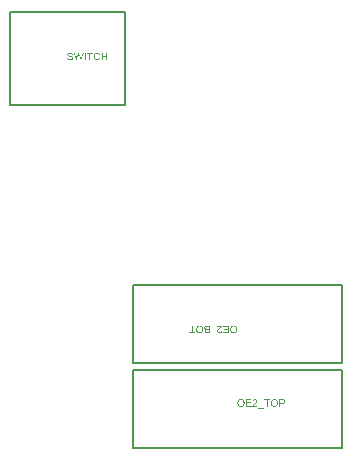
<source format=gbr>
%TF.GenerationSoftware,Altium Limited,Altium Designer,22.7.1 (60)*%
G04 Layer_Color=16711935*
%FSLAX45Y45*%
%MOMM*%
%TF.SameCoordinates,7EA997FE-DDDF-495E-A45D-074EEB3093BC*%
%TF.FilePolarity,Positive*%
%TF.FileFunction,Other,Top_Assembly*%
%TF.Part,Single*%
G01*
G75*
%TA.AperFunction,NonConductor*%
%ADD40C,0.20000*%
G36*
X4966997Y6272661D02*
X4967760Y6272591D01*
X4968523Y6272522D01*
X4969424Y6272453D01*
X4971366Y6272175D01*
X4973516Y6271759D01*
X4975665Y6271135D01*
X4977745Y6270373D01*
X4977815D01*
X4977953Y6270234D01*
X4978300Y6270164D01*
X4978647Y6269956D01*
X4979063Y6269679D01*
X4979618Y6269402D01*
X4980796Y6268708D01*
X4982183Y6267738D01*
X4983570Y6266559D01*
X4984888Y6265241D01*
X4986066Y6263646D01*
X4986136Y6263577D01*
X4986205Y6263438D01*
X4986344Y6263230D01*
X4986552Y6262884D01*
X4986760Y6262468D01*
X4987037Y6261982D01*
X4987245Y6261358D01*
X4987592Y6260734D01*
X4988147Y6259278D01*
X4988632Y6257544D01*
X4989048Y6255672D01*
X4989256Y6253592D01*
X4981143Y6252968D01*
Y6253037D01*
X4981074Y6253245D01*
Y6253522D01*
X4981005Y6253938D01*
X4980866Y6254493D01*
X4980727Y6255048D01*
X4980311Y6256365D01*
X4979756Y6257822D01*
X4978924Y6259347D01*
X4977953Y6260803D01*
X4977329Y6261427D01*
X4976636Y6262051D01*
X4976567Y6262121D01*
X4976497Y6262190D01*
X4976220Y6262329D01*
X4975943Y6262537D01*
X4975526Y6262745D01*
X4975041Y6263022D01*
X4974486Y6263300D01*
X4973862Y6263646D01*
X4973100Y6263924D01*
X4972267Y6264201D01*
X4971366Y6264478D01*
X4970395Y6264686D01*
X4969286Y6264895D01*
X4968107Y6265033D01*
X4966859Y6265172D01*
X4964848D01*
X4964293Y6265103D01*
X4963669D01*
X4962976Y6265033D01*
X4962143Y6264964D01*
X4961311Y6264825D01*
X4959439Y6264478D01*
X4957636Y6263993D01*
X4955903Y6263300D01*
X4955071Y6262814D01*
X4954377Y6262329D01*
X4954308D01*
X4954239Y6262190D01*
X4953822Y6261843D01*
X4953268Y6261219D01*
X4952644Y6260387D01*
X4952020Y6259416D01*
X4951465Y6258238D01*
X4951049Y6256990D01*
X4950979Y6256296D01*
X4950910Y6255533D01*
Y6255464D01*
Y6255395D01*
X4950979Y6254979D01*
X4951049Y6254355D01*
X4951187Y6253592D01*
X4951534Y6252690D01*
X4951950Y6251720D01*
X4952505Y6250818D01*
X4953337Y6249917D01*
X4953476Y6249847D01*
X4953614Y6249709D01*
X4953892Y6249501D01*
X4954239Y6249293D01*
X4954655Y6249085D01*
X4955209Y6248807D01*
X4955833Y6248460D01*
X4956596Y6248114D01*
X4957498Y6247767D01*
X4958538Y6247420D01*
X4959717Y6247004D01*
X4961103Y6246588D01*
X4962560Y6246172D01*
X4964224Y6245687D01*
X4966096Y6245271D01*
X4966235D01*
X4966581Y6245201D01*
X4967067Y6245063D01*
X4967760Y6244855D01*
X4968592Y6244716D01*
X4969563Y6244439D01*
X4970603Y6244231D01*
X4971713Y6243884D01*
X4974070Y6243260D01*
X4976428Y6242636D01*
X4977537Y6242289D01*
X4978508Y6241942D01*
X4979479Y6241596D01*
X4980242Y6241249D01*
X4980311D01*
X4980519Y6241110D01*
X4980796Y6240972D01*
X4981143Y6240763D01*
X4981629Y6240555D01*
X4982183Y6240209D01*
X4983362Y6239446D01*
X4984749Y6238545D01*
X4986066Y6237435D01*
X4987384Y6236118D01*
X4987939Y6235424D01*
X4988493Y6234731D01*
Y6234661D01*
X4988632Y6234523D01*
X4988771Y6234315D01*
X4988910Y6234037D01*
X4989118Y6233691D01*
X4989326Y6233205D01*
X4989880Y6232096D01*
X4990366Y6230778D01*
X4990782Y6229253D01*
X4991059Y6227519D01*
X4991198Y6225647D01*
Y6225578D01*
Y6225439D01*
Y6225162D01*
X4991128Y6224815D01*
Y6224329D01*
X4991059Y6223844D01*
X4990851Y6222527D01*
X4990504Y6221070D01*
X4989950Y6219475D01*
X4989187Y6217811D01*
X4988771Y6216910D01*
X4988216Y6216078D01*
Y6216008D01*
X4988077Y6215870D01*
X4987939Y6215662D01*
X4987661Y6215315D01*
X4987037Y6214552D01*
X4986066Y6213512D01*
X4984888Y6212403D01*
X4983431Y6211224D01*
X4981767Y6210114D01*
X4979826Y6209074D01*
X4979756D01*
X4979548Y6208936D01*
X4979271Y6208866D01*
X4978855Y6208658D01*
X4978370Y6208519D01*
X4977745Y6208311D01*
X4977052Y6208034D01*
X4976220Y6207826D01*
X4975388Y6207618D01*
X4974417Y6207341D01*
X4972337Y6206994D01*
X4970048Y6206717D01*
X4967552Y6206578D01*
X4966720D01*
X4966096Y6206647D01*
X4965333D01*
X4964501Y6206717D01*
X4963530Y6206786D01*
X4962421Y6206925D01*
X4960133Y6207202D01*
X4957706Y6207618D01*
X4955279Y6208242D01*
X4952921Y6209074D01*
X4952852D01*
X4952644Y6209213D01*
X4952366Y6209352D01*
X4951950Y6209560D01*
X4951465Y6209837D01*
X4950910Y6210114D01*
X4949593Y6210946D01*
X4948136Y6211987D01*
X4946611Y6213304D01*
X4945085Y6214830D01*
X4943768Y6216632D01*
X4943699Y6216702D01*
X4943629Y6216840D01*
X4943490Y6217118D01*
X4943282Y6217534D01*
X4943005Y6218019D01*
X4942728Y6218574D01*
X4942381Y6219267D01*
X4942104Y6220030D01*
X4941757Y6220793D01*
X4941480Y6221694D01*
X4940925Y6223705D01*
X4940509Y6225855D01*
X4940370Y6227034D01*
X4940301Y6228213D01*
X4948275Y6228906D01*
Y6228837D01*
Y6228698D01*
X4948344Y6228421D01*
X4948414Y6228074D01*
X4948483Y6227658D01*
X4948552Y6227242D01*
X4948830Y6226063D01*
X4949177Y6224815D01*
X4949593Y6223497D01*
X4950147Y6222180D01*
X4950841Y6220932D01*
X4950910Y6220793D01*
X4951257Y6220446D01*
X4951742Y6219892D01*
X4952436Y6219198D01*
X4953337Y6218366D01*
X4954447Y6217603D01*
X4955764Y6216771D01*
X4957290Y6216008D01*
X4957359D01*
X4957498Y6215939D01*
X4957706Y6215870D01*
X4958052Y6215731D01*
X4958468Y6215592D01*
X4958954Y6215384D01*
X4959508Y6215246D01*
X4960133Y6215107D01*
X4961589Y6214760D01*
X4963322Y6214414D01*
X4965125Y6214206D01*
X4967136Y6214136D01*
X4967968D01*
X4968384Y6214206D01*
X4968870D01*
X4969979Y6214344D01*
X4971297Y6214483D01*
X4972753Y6214691D01*
X4974209Y6215038D01*
X4975596Y6215523D01*
X4975665D01*
X4975735Y6215592D01*
X4975943Y6215662D01*
X4976220Y6215800D01*
X4976844Y6216147D01*
X4977676Y6216563D01*
X4978578Y6217118D01*
X4979548Y6217811D01*
X4980380Y6218574D01*
X4981143Y6219475D01*
X4981213Y6219614D01*
X4981421Y6219892D01*
X4981767Y6220446D01*
X4982114Y6221140D01*
X4982391Y6221972D01*
X4982738Y6222873D01*
X4982946Y6223913D01*
X4983015Y6224954D01*
Y6225023D01*
Y6225092D01*
Y6225439D01*
X4982946Y6226063D01*
X4982807Y6226756D01*
X4982599Y6227589D01*
X4982253Y6228490D01*
X4981837Y6229391D01*
X4981213Y6230224D01*
X4981143Y6230293D01*
X4980866Y6230570D01*
X4980450Y6230986D01*
X4979826Y6231541D01*
X4979063Y6232096D01*
X4978023Y6232720D01*
X4976844Y6233344D01*
X4975457Y6233968D01*
X4975318Y6234037D01*
X4975180Y6234107D01*
X4974902Y6234176D01*
X4974625Y6234245D01*
X4974209Y6234384D01*
X4973654Y6234592D01*
X4973100Y6234731D01*
X4972337Y6234939D01*
X4971574Y6235216D01*
X4970603Y6235424D01*
X4969563Y6235702D01*
X4968384Y6236048D01*
X4967136Y6236326D01*
X4965680Y6236742D01*
X4964085Y6237088D01*
X4964016D01*
X4963738Y6237158D01*
X4963253Y6237296D01*
X4962698Y6237435D01*
X4961935Y6237643D01*
X4961103Y6237851D01*
X4960271Y6238128D01*
X4959300Y6238406D01*
X4957220Y6239030D01*
X4955209Y6239723D01*
X4954239Y6240070D01*
X4953337Y6240417D01*
X4952505Y6240763D01*
X4951812Y6241110D01*
X4951742D01*
X4951604Y6241249D01*
X4951395Y6241388D01*
X4951049Y6241526D01*
X4950217Y6242012D01*
X4949246Y6242705D01*
X4948067Y6243607D01*
X4946958Y6244577D01*
X4945848Y6245756D01*
X4944947Y6247004D01*
Y6247074D01*
X4944877Y6247143D01*
X4944739Y6247351D01*
X4944600Y6247628D01*
X4944253Y6248391D01*
X4943837Y6249362D01*
X4943421Y6250541D01*
X4943074Y6251928D01*
X4942797Y6253453D01*
X4942728Y6255048D01*
Y6255117D01*
Y6255256D01*
Y6255533D01*
X4942797Y6255880D01*
Y6256296D01*
X4942866Y6256781D01*
X4943074Y6258030D01*
X4943421Y6259416D01*
X4943837Y6260873D01*
X4944531Y6262468D01*
X4945432Y6264062D01*
Y6264132D01*
X4945571Y6264270D01*
X4945709Y6264478D01*
X4945917Y6264756D01*
X4946611Y6265519D01*
X4947512Y6266489D01*
X4948622Y6267530D01*
X4950009Y6268570D01*
X4951604Y6269610D01*
X4953476Y6270511D01*
X4953545D01*
X4953684Y6270581D01*
X4954030Y6270719D01*
X4954377Y6270858D01*
X4954863Y6270997D01*
X4955487Y6271205D01*
X4956180Y6271413D01*
X4956943Y6271621D01*
X4957775Y6271829D01*
X4958676Y6272037D01*
X4960618Y6272383D01*
X4962837Y6272661D01*
X4965195Y6272730D01*
X4966373D01*
X4966997Y6272661D01*
D02*
G37*
G36*
X5195826D02*
X5196658Y6272591D01*
X5197629Y6272453D01*
X5198669Y6272314D01*
X5199848Y6272106D01*
X5201096Y6271829D01*
X5202414Y6271551D01*
X5203731Y6271135D01*
X5205118Y6270650D01*
X5206505Y6270095D01*
X5207822Y6269402D01*
X5209140Y6268708D01*
X5210388Y6267807D01*
X5210457Y6267738D01*
X5210665Y6267599D01*
X5211012Y6267321D01*
X5211428Y6266905D01*
X5211983Y6266420D01*
X5212607Y6265796D01*
X5213231Y6265103D01*
X5213994Y6264270D01*
X5214756Y6263369D01*
X5215519Y6262329D01*
X5216282Y6261219D01*
X5216975Y6259971D01*
X5217738Y6258654D01*
X5218362Y6257198D01*
X5218986Y6255672D01*
X5219541Y6254077D01*
X5211220Y6252136D01*
Y6252205D01*
X5211081Y6252413D01*
X5211012Y6252829D01*
X5210804Y6253314D01*
X5210596Y6253869D01*
X5210249Y6254493D01*
X5209556Y6256019D01*
X5208654Y6257683D01*
X5207475Y6259416D01*
X5206227Y6261011D01*
X5205465Y6261705D01*
X5204702Y6262329D01*
X5204632Y6262398D01*
X5204494Y6262468D01*
X5204286Y6262606D01*
X5203939Y6262814D01*
X5203523Y6263092D01*
X5203038Y6263369D01*
X5202483Y6263646D01*
X5201789Y6263924D01*
X5201027Y6264201D01*
X5200264Y6264478D01*
X5198461Y6265033D01*
X5196381Y6265380D01*
X5195271Y6265519D01*
X5193399D01*
X5192844Y6265449D01*
X5192220Y6265380D01*
X5191457Y6265311D01*
X5190625Y6265241D01*
X5189793Y6265103D01*
X5187782Y6264617D01*
X5185702Y6263993D01*
X5184662Y6263577D01*
X5183622Y6263092D01*
X5182651Y6262537D01*
X5181680Y6261913D01*
X5181611Y6261843D01*
X5181472Y6261774D01*
X5181195Y6261566D01*
X5180848Y6261289D01*
X5180501Y6260942D01*
X5180016Y6260457D01*
X5179531Y6259971D01*
X5178976Y6259416D01*
X5178421Y6258723D01*
X5177797Y6258030D01*
X5176688Y6256435D01*
X5175648Y6254563D01*
X5174746Y6252413D01*
Y6252344D01*
X5174677Y6252136D01*
X5174538Y6251789D01*
X5174469Y6251373D01*
X5174330Y6250818D01*
X5174122Y6250194D01*
X5173983Y6249431D01*
X5173775Y6248668D01*
X5173567Y6247767D01*
X5173429Y6246796D01*
X5173082Y6244716D01*
X5172874Y6242497D01*
X5172804Y6240139D01*
Y6240070D01*
Y6239793D01*
Y6239377D01*
X5172874Y6238753D01*
Y6238059D01*
X5172943Y6237227D01*
X5173013Y6236326D01*
X5173082Y6235285D01*
X5173221Y6234176D01*
X5173359Y6233067D01*
X5173775Y6230640D01*
X5174399Y6228213D01*
X5175162Y6225855D01*
Y6225786D01*
X5175301Y6225578D01*
X5175439Y6225300D01*
X5175578Y6224884D01*
X5175856Y6224329D01*
X5176202Y6223775D01*
X5176965Y6222457D01*
X5178005Y6220932D01*
X5179253Y6219475D01*
X5180779Y6218019D01*
X5181611Y6217395D01*
X5182512Y6216771D01*
X5182582D01*
X5182720Y6216632D01*
X5182998Y6216494D01*
X5183414Y6216286D01*
X5183899Y6216078D01*
X5184454Y6215800D01*
X5185078Y6215592D01*
X5185771Y6215315D01*
X5187366Y6214760D01*
X5189239Y6214275D01*
X5191249Y6213928D01*
X5192290Y6213859D01*
X5193399Y6213789D01*
X5194092D01*
X5194578Y6213859D01*
X5195202Y6213928D01*
X5195895Y6213997D01*
X5196727Y6214136D01*
X5197560Y6214275D01*
X5199501Y6214760D01*
X5200472Y6215107D01*
X5201512Y6215523D01*
X5202552Y6216008D01*
X5203523Y6216563D01*
X5204494Y6217187D01*
X5205465Y6217881D01*
X5205534Y6217950D01*
X5205673Y6218089D01*
X5205950Y6218297D01*
X5206297Y6218643D01*
X5206643Y6219059D01*
X5207129Y6219614D01*
X5207614Y6220238D01*
X5208169Y6220932D01*
X5208724Y6221764D01*
X5209278Y6222665D01*
X5209833Y6223636D01*
X5210388Y6224745D01*
X5210873Y6225924D01*
X5211359Y6227242D01*
X5211844Y6228629D01*
X5212191Y6230085D01*
X5220650Y6227935D01*
Y6227797D01*
X5220512Y6227450D01*
X5220373Y6226964D01*
X5220096Y6226202D01*
X5219818Y6225370D01*
X5219402Y6224329D01*
X5218986Y6223220D01*
X5218432Y6222041D01*
X5217807Y6220724D01*
X5217114Y6219475D01*
X5216351Y6218089D01*
X5215450Y6216771D01*
X5214479Y6215523D01*
X5213439Y6214275D01*
X5212260Y6213096D01*
X5211012Y6211987D01*
X5210943Y6211917D01*
X5210665Y6211779D01*
X5210319Y6211501D01*
X5209764Y6211154D01*
X5209140Y6210738D01*
X5208308Y6210253D01*
X5207406Y6209768D01*
X5206297Y6209282D01*
X5205118Y6208797D01*
X5203870Y6208311D01*
X5202483Y6207826D01*
X5200957Y6207410D01*
X5199362Y6207063D01*
X5197698Y6206786D01*
X5195965Y6206647D01*
X5194092Y6206578D01*
X5193122D01*
X5192359Y6206647D01*
X5191527Y6206717D01*
X5190487Y6206786D01*
X5189377Y6206925D01*
X5188129Y6207133D01*
X5186812Y6207341D01*
X5185425Y6207618D01*
X5184038Y6207965D01*
X5182651Y6208311D01*
X5181195Y6208797D01*
X5179808Y6209352D01*
X5178491Y6209976D01*
X5177242Y6210738D01*
X5177173Y6210808D01*
X5176965Y6210946D01*
X5176618Y6211154D01*
X5176202Y6211501D01*
X5175648Y6211987D01*
X5175023Y6212472D01*
X5174330Y6213096D01*
X5173567Y6213859D01*
X5172804Y6214691D01*
X5171972Y6215592D01*
X5171210Y6216563D01*
X5170378Y6217673D01*
X5169545Y6218851D01*
X5168783Y6220100D01*
X5168089Y6221486D01*
X5167396Y6222943D01*
X5167326Y6223012D01*
X5167257Y6223289D01*
X5167118Y6223775D01*
X5166910Y6224329D01*
X5166633Y6225092D01*
X5166356Y6225924D01*
X5166078Y6226964D01*
X5165732Y6228074D01*
X5165454Y6229322D01*
X5165108Y6230640D01*
X5164830Y6232026D01*
X5164622Y6233552D01*
X5164206Y6236742D01*
X5164137Y6238406D01*
X5164067Y6240070D01*
Y6240209D01*
Y6240486D01*
Y6241041D01*
X5164137Y6241734D01*
X5164206Y6242636D01*
X5164275Y6243676D01*
X5164414Y6244785D01*
X5164553Y6246033D01*
X5164761Y6247351D01*
X5164969Y6248738D01*
X5165662Y6251720D01*
X5166148Y6253176D01*
X5166633Y6254632D01*
X5167188Y6256157D01*
X5167881Y6257544D01*
X5167951Y6257614D01*
X5168089Y6257891D01*
X5168297Y6258238D01*
X5168575Y6258792D01*
X5168991Y6259416D01*
X5169476Y6260110D01*
X5170031Y6260873D01*
X5170655Y6261774D01*
X5171418Y6262606D01*
X5172180Y6263577D01*
X5173082Y6264478D01*
X5174053Y6265449D01*
X5175093Y6266351D01*
X5176202Y6267252D01*
X5177450Y6268084D01*
X5178699Y6268847D01*
X5178768Y6268916D01*
X5179045Y6268986D01*
X5179392Y6269194D01*
X5179947Y6269471D01*
X5180571Y6269748D01*
X5181403Y6270095D01*
X5182304Y6270442D01*
X5183275Y6270789D01*
X5184385Y6271135D01*
X5185633Y6271482D01*
X5186881Y6271829D01*
X5188268Y6272106D01*
X5191111Y6272591D01*
X5192636Y6272661D01*
X5194231Y6272730D01*
X5195133D01*
X5195826Y6272661D01*
D02*
G37*
G36*
X5281533Y6207618D02*
X5273073D01*
Y6237782D01*
X5239858D01*
Y6207618D01*
X5231398D01*
Y6271621D01*
X5239858D01*
Y6245340D01*
X5273073D01*
Y6271621D01*
X5281533D01*
Y6207618D01*
D02*
G37*
G36*
X5061719D02*
X5053467D01*
X5040084Y6256365D01*
Y6256435D01*
X5040015Y6256643D01*
X5039945Y6256920D01*
X5039807Y6257336D01*
X5039668Y6257822D01*
X5039529Y6258376D01*
X5039182Y6259625D01*
X5038836Y6260873D01*
X5038489Y6262121D01*
X5038350Y6262676D01*
X5038212Y6263161D01*
X5038073Y6263577D01*
X5038004Y6263854D01*
Y6263785D01*
X5037934Y6263646D01*
Y6263438D01*
X5037796Y6263092D01*
X5037726Y6262745D01*
X5037657Y6262260D01*
X5037380Y6261289D01*
X5037102Y6260110D01*
X5036755Y6258792D01*
X5036409Y6257544D01*
X5036062Y6256365D01*
X5022610Y6207618D01*
X5013803D01*
X4996953Y6271621D01*
X5005690D01*
X5015329Y6229599D01*
Y6229530D01*
X5015398Y6229322D01*
X5015467Y6228975D01*
X5015606Y6228490D01*
X5015745Y6227866D01*
X5015884Y6227172D01*
X5016092Y6226410D01*
X5016300Y6225508D01*
X5016508Y6224537D01*
X5016716Y6223497D01*
X5017132Y6221348D01*
X5017617Y6218990D01*
X5018033Y6216563D01*
Y6216702D01*
X5018172Y6216979D01*
X5018241Y6217534D01*
X5018449Y6218158D01*
X5018588Y6218990D01*
X5018796Y6219892D01*
X5019073Y6220862D01*
X5019281Y6221833D01*
X5019836Y6223913D01*
X5020044Y6224884D01*
X5020321Y6225855D01*
X5020529Y6226687D01*
X5020668Y6227380D01*
X5020807Y6227935D01*
X5020946Y6228351D01*
X5033150Y6271621D01*
X5043343D01*
X5052427Y6239169D01*
X5052496Y6239030D01*
X5052565Y6238614D01*
X5052773Y6237990D01*
X5052982Y6237088D01*
X5053259Y6236048D01*
X5053606Y6234800D01*
X5053952Y6233413D01*
X5054368Y6231818D01*
X5054784Y6230154D01*
X5055200Y6228351D01*
X5055617Y6226479D01*
X5056033Y6224537D01*
X5056795Y6220585D01*
X5057489Y6216563D01*
Y6216632D01*
X5057558Y6216840D01*
X5057627Y6217187D01*
X5057697Y6217603D01*
X5057835Y6218227D01*
X5057974Y6218921D01*
X5058182Y6219684D01*
X5058390Y6220585D01*
X5058598Y6221556D01*
X5058806Y6222596D01*
X5059084Y6223775D01*
X5059361Y6224954D01*
X5059985Y6227589D01*
X5060678Y6230432D01*
X5070733Y6271621D01*
X5079262D01*
X5061719Y6207618D01*
D02*
G37*
G36*
X5157757Y6264062D02*
X5136677D01*
Y6207618D01*
X5128218D01*
Y6264062D01*
X5107138D01*
Y6271621D01*
X5157757D01*
Y6264062D01*
D02*
G37*
G36*
X5097014Y6207618D02*
X5088554D01*
Y6271621D01*
X5097014D01*
Y6207618D01*
D02*
G37*
G36*
X6764360Y3337860D02*
X6765955Y3337791D01*
X6767550Y3337652D01*
X6769075Y3337513D01*
X6769838Y3337444D01*
X6770462Y3337305D01*
X6770531D01*
X6770670Y3337236D01*
X6770947D01*
X6771225Y3337167D01*
X6771641Y3337028D01*
X6772126Y3336959D01*
X6773236Y3336612D01*
X6774484Y3336196D01*
X6775801Y3335641D01*
X6777119Y3335017D01*
X6778367Y3334254D01*
X6778436D01*
X6778506Y3334185D01*
X6778922Y3333838D01*
X6779476Y3333353D01*
X6780239Y3332659D01*
X6781002Y3331827D01*
X6781903Y3330718D01*
X6782735Y3329539D01*
X6783498Y3328083D01*
Y3328013D01*
X6783568Y3327875D01*
X6783706Y3327667D01*
X6783845Y3327389D01*
X6783984Y3327043D01*
X6784122Y3326557D01*
X6784538Y3325517D01*
X6784885Y3324200D01*
X6785232Y3322743D01*
X6785440Y3321079D01*
X6785509Y3319346D01*
Y3319276D01*
Y3318999D01*
Y3318583D01*
X6785440Y3317959D01*
X6785370Y3317265D01*
X6785232Y3316503D01*
X6785093Y3315601D01*
X6784885Y3314561D01*
X6784608Y3313521D01*
X6784261Y3312411D01*
X6783845Y3311302D01*
X6783290Y3310123D01*
X6782735Y3308944D01*
X6782042Y3307766D01*
X6781210Y3306656D01*
X6780309Y3305547D01*
X6780239Y3305477D01*
X6780031Y3305339D01*
X6779754Y3305061D01*
X6779268Y3304645D01*
X6778714Y3304229D01*
X6777951Y3303744D01*
X6777049Y3303258D01*
X6776009Y3302773D01*
X6774761Y3302218D01*
X6773444Y3301733D01*
X6771849Y3301247D01*
X6770185Y3300831D01*
X6768243Y3300485D01*
X6766163Y3300207D01*
X6763944Y3299999D01*
X6761447Y3299930D01*
X6745083D01*
Y3273927D01*
X6736623D01*
Y3337929D01*
X6762973D01*
X6764360Y3337860D01*
D02*
G37*
G36*
X6658336Y3330371D02*
X6637256D01*
Y3273927D01*
X6628796D01*
Y3330371D01*
X6607716D01*
Y3337929D01*
X6658336D01*
Y3330371D01*
D02*
G37*
G36*
X6532619Y3338068D02*
X6533382Y3337999D01*
X6534283Y3337860D01*
X6535323Y3337721D01*
X6536363Y3337513D01*
X6537542Y3337236D01*
X6538721Y3336889D01*
X6539969Y3336473D01*
X6541148Y3335988D01*
X6542396Y3335364D01*
X6543575Y3334670D01*
X6544684Y3333907D01*
X6545725Y3333006D01*
X6545794Y3332937D01*
X6545933Y3332798D01*
X6546210Y3332451D01*
X6546557Y3332105D01*
X6546973Y3331619D01*
X6547458Y3330995D01*
X6547943Y3330302D01*
X6548429Y3329470D01*
X6548914Y3328637D01*
X6549400Y3327667D01*
X6549885Y3326627D01*
X6550301Y3325517D01*
X6550648Y3324269D01*
X6550925Y3323021D01*
X6551064Y3321703D01*
X6551133Y3320316D01*
Y3320247D01*
Y3320178D01*
Y3319970D01*
Y3319692D01*
X6551064Y3318930D01*
X6550925Y3317959D01*
X6550717Y3316780D01*
X6550440Y3315532D01*
X6550093Y3314145D01*
X6549538Y3312758D01*
Y3312689D01*
X6549469Y3312619D01*
X6549400Y3312411D01*
X6549261Y3312134D01*
X6548845Y3311371D01*
X6548290Y3310401D01*
X6547527Y3309222D01*
X6546626Y3307904D01*
X6545586Y3306517D01*
X6544268Y3304992D01*
X6544199Y3304923D01*
X6544130Y3304784D01*
X6543852Y3304576D01*
X6543575Y3304229D01*
X6543159Y3303813D01*
X6542673Y3303328D01*
X6542119Y3302704D01*
X6541425Y3302080D01*
X6540593Y3301317D01*
X6539692Y3300485D01*
X6538721Y3299514D01*
X6537612Y3298543D01*
X6536433Y3297434D01*
X6535115Y3296324D01*
X6533659Y3295076D01*
X6532133Y3293758D01*
X6532064Y3293689D01*
X6531856Y3293481D01*
X6531440Y3293204D01*
X6531024Y3292788D01*
X6530400Y3292302D01*
X6529776Y3291748D01*
X6528320Y3290499D01*
X6526794Y3289182D01*
X6525338Y3287795D01*
X6524645Y3287171D01*
X6524020Y3286616D01*
X6523466Y3286061D01*
X6523050Y3285645D01*
X6522980Y3285576D01*
X6522703Y3285299D01*
X6522356Y3284883D01*
X6521871Y3284328D01*
X6521316Y3283704D01*
X6520761Y3283010D01*
X6519652Y3281485D01*
X6551203D01*
Y3273927D01*
X6508835D01*
Y3274065D01*
Y3274412D01*
Y3274967D01*
X6508904Y3275660D01*
X6508973Y3276492D01*
X6509181Y3277394D01*
X6509389Y3278365D01*
X6509736Y3279335D01*
Y3279405D01*
X6509805Y3279543D01*
X6509875Y3279751D01*
X6510013Y3280098D01*
X6510221Y3280445D01*
X6510429Y3280930D01*
X6510984Y3282040D01*
X6511678Y3283357D01*
X6512579Y3284813D01*
X6513619Y3286339D01*
X6514867Y3287864D01*
X6514937Y3287934D01*
X6515006Y3288072D01*
X6515214Y3288280D01*
X6515561Y3288627D01*
X6515907Y3288974D01*
X6516393Y3289459D01*
X6516878Y3290014D01*
X6517502Y3290638D01*
X6518196Y3291331D01*
X6518959Y3292025D01*
X6519791Y3292857D01*
X6520761Y3293689D01*
X6521732Y3294591D01*
X6522842Y3295492D01*
X6523951Y3296463D01*
X6525199Y3297503D01*
X6525338Y3297572D01*
X6525685Y3297919D01*
X6526170Y3298335D01*
X6526864Y3298959D01*
X6527696Y3299653D01*
X6528666Y3300485D01*
X6529776Y3301386D01*
X6530885Y3302426D01*
X6533243Y3304576D01*
X6535531Y3306864D01*
X6536641Y3307974D01*
X6537681Y3309083D01*
X6538582Y3310123D01*
X6539345Y3311094D01*
X6539414Y3311163D01*
X6539484Y3311302D01*
X6539692Y3311579D01*
X6539900Y3311926D01*
X6540247Y3312411D01*
X6540524Y3312897D01*
X6541217Y3314145D01*
X6541911Y3315601D01*
X6542535Y3317196D01*
X6542951Y3318860D01*
X6543020Y3319692D01*
X6543090Y3320524D01*
Y3320594D01*
Y3320732D01*
Y3321010D01*
X6543020Y3321287D01*
Y3321703D01*
X6542882Y3322189D01*
X6542673Y3323229D01*
X6542257Y3324477D01*
X6541633Y3325794D01*
X6541287Y3326488D01*
X6540801Y3327112D01*
X6540316Y3327736D01*
X6539692Y3328360D01*
X6539622Y3328429D01*
X6539553Y3328499D01*
X6539345Y3328637D01*
X6539068Y3328846D01*
X6538721Y3329123D01*
X6538305Y3329400D01*
X6537334Y3330024D01*
X6536017Y3330579D01*
X6534560Y3331134D01*
X6532827Y3331481D01*
X6531856Y3331619D01*
X6530331D01*
X6529915Y3331550D01*
X6529429D01*
X6528874Y3331411D01*
X6527626Y3331203D01*
X6526170Y3330787D01*
X6524645Y3330163D01*
X6523882Y3329747D01*
X6523119Y3329331D01*
X6522426Y3328776D01*
X6521732Y3328152D01*
X6521663Y3328083D01*
X6521594Y3328013D01*
X6521455Y3327805D01*
X6521177Y3327528D01*
X6520969Y3327181D01*
X6520692Y3326765D01*
X6520345Y3326280D01*
X6520068Y3325725D01*
X6519721Y3325101D01*
X6519444Y3324408D01*
X6518889Y3322743D01*
X6518473Y3320941D01*
X6518404Y3319900D01*
X6518334Y3318791D01*
X6510291Y3319623D01*
Y3319762D01*
X6510360Y3320039D01*
X6510429Y3320455D01*
X6510499Y3321079D01*
X6510637Y3321842D01*
X6510845Y3322743D01*
X6511054Y3323714D01*
X6511400Y3324754D01*
X6511747Y3325794D01*
X6512163Y3326973D01*
X6512718Y3328083D01*
X6513272Y3329192D01*
X6513966Y3330371D01*
X6514729Y3331411D01*
X6515561Y3332451D01*
X6516532Y3333353D01*
X6516601Y3333422D01*
X6516809Y3333561D01*
X6517086Y3333769D01*
X6517502Y3334116D01*
X6518057Y3334462D01*
X6518750Y3334878D01*
X6519513Y3335294D01*
X6520415Y3335780D01*
X6521385Y3336196D01*
X6522495Y3336612D01*
X6523674Y3337028D01*
X6524991Y3337375D01*
X6526378Y3337721D01*
X6527834Y3337929D01*
X6529429Y3338068D01*
X6531093Y3338137D01*
X6531995D01*
X6532619Y3338068D01*
D02*
G37*
G36*
X6499959Y3330371D02*
X6462098D01*
Y3310817D01*
X6497532D01*
Y3303258D01*
X6462098D01*
Y3281485D01*
X6501415D01*
Y3273927D01*
X6453638D01*
Y3337929D01*
X6499959D01*
Y3330371D01*
D02*
G37*
G36*
X6696613Y3338969D02*
X6697445Y3338900D01*
X6698346Y3338831D01*
X6699317Y3338692D01*
X6700427Y3338484D01*
X6701675Y3338276D01*
X6702923Y3337999D01*
X6704240Y3337652D01*
X6705627Y3337236D01*
X6707014Y3336751D01*
X6708401Y3336196D01*
X6709718Y3335572D01*
X6711105Y3334809D01*
X6711175Y3334740D01*
X6711452Y3334601D01*
X6711799Y3334393D01*
X6712284Y3334046D01*
X6712908Y3333630D01*
X6713532Y3333075D01*
X6714295Y3332451D01*
X6715127Y3331758D01*
X6716028Y3330926D01*
X6716930Y3330024D01*
X6717831Y3329054D01*
X6718733Y3328013D01*
X6719565Y3326904D01*
X6720466Y3325656D01*
X6721229Y3324338D01*
X6721992Y3322951D01*
X6722061Y3322882D01*
X6722131Y3322605D01*
X6722339Y3322189D01*
X6722547Y3321634D01*
X6722893Y3320941D01*
X6723171Y3320039D01*
X6723517Y3319068D01*
X6723864Y3317959D01*
X6724211Y3316780D01*
X6724558Y3315463D01*
X6724904Y3314006D01*
X6725182Y3312550D01*
X6725390Y3310955D01*
X6725598Y3309291D01*
X6725667Y3307627D01*
X6725736Y3305824D01*
Y3305685D01*
Y3305408D01*
Y3304853D01*
X6725667Y3304160D01*
X6725598Y3303328D01*
X6725528Y3302357D01*
X6725390Y3301247D01*
X6725251Y3299999D01*
X6725043Y3298682D01*
X6724766Y3297295D01*
X6724488Y3295839D01*
X6724072Y3294383D01*
X6723587Y3292857D01*
X6723101Y3291401D01*
X6722477Y3289875D01*
X6721784Y3288419D01*
X6721715Y3288350D01*
X6721576Y3288072D01*
X6721368Y3287656D01*
X6721090Y3287171D01*
X6720674Y3286547D01*
X6720189Y3285784D01*
X6719565Y3284952D01*
X6718941Y3284051D01*
X6718178Y3283149D01*
X6717346Y3282178D01*
X6716375Y3281208D01*
X6715404Y3280237D01*
X6714364Y3279335D01*
X6713185Y3278434D01*
X6711937Y3277532D01*
X6710620Y3276770D01*
X6710550Y3276700D01*
X6710273Y3276631D01*
X6709926Y3276423D01*
X6709372Y3276146D01*
X6708678Y3275868D01*
X6707915Y3275522D01*
X6707014Y3275175D01*
X6705974Y3274828D01*
X6704864Y3274481D01*
X6703686Y3274135D01*
X6702368Y3273788D01*
X6701051Y3273511D01*
X6698138Y3273025D01*
X6696613Y3272956D01*
X6695087Y3272887D01*
X6694186D01*
X6693562Y3272956D01*
X6692799Y3273025D01*
X6691828Y3273095D01*
X6690857Y3273233D01*
X6689679Y3273441D01*
X6688500Y3273649D01*
X6687182Y3273927D01*
X6685865Y3274273D01*
X6684478Y3274689D01*
X6683091Y3275175D01*
X6681704Y3275799D01*
X6680317Y3276423D01*
X6678931Y3277186D01*
X6678861Y3277255D01*
X6678653Y3277394D01*
X6678237Y3277671D01*
X6677752Y3278018D01*
X6677197Y3278434D01*
X6676504Y3278989D01*
X6675741Y3279613D01*
X6674909Y3280306D01*
X6674007Y3281138D01*
X6673175Y3282040D01*
X6672274Y3283010D01*
X6671372Y3284051D01*
X6670471Y3285229D01*
X6669639Y3286408D01*
X6668876Y3287726D01*
X6668113Y3289113D01*
X6668044Y3289182D01*
X6667974Y3289459D01*
X6667766Y3289875D01*
X6667558Y3290430D01*
X6667281Y3291123D01*
X6667004Y3291956D01*
X6666657Y3292857D01*
X6666310Y3293966D01*
X6665964Y3295076D01*
X6665617Y3296324D01*
X6665339Y3297642D01*
X6665062Y3299028D01*
X6664646Y3301941D01*
X6664577Y3303536D01*
X6664507Y3305061D01*
Y3305131D01*
Y3305269D01*
Y3305477D01*
Y3305755D01*
X6664577Y3306171D01*
Y3306587D01*
X6664646Y3307696D01*
X6664785Y3309014D01*
X6664993Y3310609D01*
X6665201Y3312273D01*
X6665548Y3314145D01*
X6666033Y3316156D01*
X6666588Y3318167D01*
X6667281Y3320247D01*
X6668113Y3322327D01*
X6669084Y3324408D01*
X6670193Y3326349D01*
X6671511Y3328291D01*
X6673036Y3330024D01*
X6673106Y3330094D01*
X6673452Y3330440D01*
X6673938Y3330856D01*
X6674562Y3331411D01*
X6675463Y3332105D01*
X6676434Y3332867D01*
X6677613Y3333699D01*
X6679000Y3334532D01*
X6680525Y3335364D01*
X6682190Y3336196D01*
X6683992Y3336959D01*
X6686003Y3337652D01*
X6688084Y3338207D01*
X6690303Y3338623D01*
X6692660Y3338969D01*
X6695157Y3339039D01*
X6695989D01*
X6696613Y3338969D01*
D02*
G37*
G36*
X6413420D02*
X6414252Y3338900D01*
X6415154Y3338831D01*
X6416124Y3338692D01*
X6417234Y3338484D01*
X6418482Y3338276D01*
X6419730Y3337999D01*
X6421048Y3337652D01*
X6422434Y3337236D01*
X6423821Y3336751D01*
X6425208Y3336196D01*
X6426526Y3335572D01*
X6427912Y3334809D01*
X6427982Y3334740D01*
X6428259Y3334601D01*
X6428606Y3334393D01*
X6429091Y3334046D01*
X6429715Y3333630D01*
X6430339Y3333075D01*
X6431102Y3332451D01*
X6431934Y3331758D01*
X6432836Y3330926D01*
X6433737Y3330024D01*
X6434639Y3329054D01*
X6435540Y3328013D01*
X6436372Y3326904D01*
X6437274Y3325656D01*
X6438036Y3324338D01*
X6438799Y3322951D01*
X6438869Y3322882D01*
X6438938Y3322605D01*
X6439146Y3322189D01*
X6439354Y3321634D01*
X6439701Y3320941D01*
X6439978Y3320039D01*
X6440325Y3319068D01*
X6440671Y3317959D01*
X6441018Y3316780D01*
X6441365Y3315463D01*
X6441712Y3314006D01*
X6441989Y3312550D01*
X6442197Y3310955D01*
X6442405Y3309291D01*
X6442474Y3307627D01*
X6442544Y3305824D01*
Y3305685D01*
Y3305408D01*
Y3304853D01*
X6442474Y3304160D01*
X6442405Y3303328D01*
X6442336Y3302357D01*
X6442197Y3301247D01*
X6442058Y3299999D01*
X6441850Y3298682D01*
X6441573Y3297295D01*
X6441295Y3295839D01*
X6440879Y3294383D01*
X6440394Y3292857D01*
X6439909Y3291401D01*
X6439285Y3289875D01*
X6438591Y3288419D01*
X6438522Y3288350D01*
X6438383Y3288072D01*
X6438175Y3287656D01*
X6437898Y3287171D01*
X6437482Y3286547D01*
X6436996Y3285784D01*
X6436372Y3284952D01*
X6435748Y3284051D01*
X6434985Y3283149D01*
X6434153Y3282178D01*
X6433182Y3281208D01*
X6432212Y3280237D01*
X6431172Y3279335D01*
X6429993Y3278434D01*
X6428745Y3277532D01*
X6427427Y3276770D01*
X6427358Y3276700D01*
X6427080Y3276631D01*
X6426734Y3276423D01*
X6426179Y3276146D01*
X6425485Y3275868D01*
X6424723Y3275522D01*
X6423821Y3275175D01*
X6422781Y3274828D01*
X6421672Y3274481D01*
X6420493Y3274135D01*
X6419175Y3273788D01*
X6417858Y3273511D01*
X6414946Y3273025D01*
X6413420Y3272956D01*
X6411894Y3272887D01*
X6410993D01*
X6410369Y3272956D01*
X6409606Y3273025D01*
X6408635Y3273095D01*
X6407665Y3273233D01*
X6406486Y3273441D01*
X6405307Y3273649D01*
X6403989Y3273927D01*
X6402672Y3274273D01*
X6401285Y3274689D01*
X6399898Y3275175D01*
X6398511Y3275799D01*
X6397125Y3276423D01*
X6395738Y3277186D01*
X6395668Y3277255D01*
X6395460Y3277394D01*
X6395044Y3277671D01*
X6394559Y3278018D01*
X6394004Y3278434D01*
X6393311Y3278989D01*
X6392548Y3279613D01*
X6391716Y3280306D01*
X6390814Y3281138D01*
X6389982Y3282040D01*
X6389081Y3283010D01*
X6388180Y3284051D01*
X6387278Y3285229D01*
X6386446Y3286408D01*
X6385683Y3287726D01*
X6384920Y3289113D01*
X6384851Y3289182D01*
X6384782Y3289459D01*
X6384574Y3289875D01*
X6384366Y3290430D01*
X6384088Y3291123D01*
X6383811Y3291956D01*
X6383464Y3292857D01*
X6383118Y3293966D01*
X6382771Y3295076D01*
X6382424Y3296324D01*
X6382147Y3297642D01*
X6381869Y3299028D01*
X6381453Y3301941D01*
X6381384Y3303536D01*
X6381315Y3305061D01*
Y3305131D01*
Y3305269D01*
Y3305477D01*
Y3305755D01*
X6381384Y3306171D01*
Y3306587D01*
X6381453Y3307696D01*
X6381592Y3309014D01*
X6381800Y3310609D01*
X6382008Y3312273D01*
X6382355Y3314145D01*
X6382840Y3316156D01*
X6383395Y3318167D01*
X6384088Y3320247D01*
X6384920Y3322327D01*
X6385891Y3324408D01*
X6387001Y3326349D01*
X6388318Y3328291D01*
X6389844Y3330024D01*
X6389913Y3330094D01*
X6390260Y3330440D01*
X6390745Y3330856D01*
X6391369Y3331411D01*
X6392271Y3332105D01*
X6393241Y3332867D01*
X6394420Y3333699D01*
X6395807Y3334532D01*
X6397333Y3335364D01*
X6398997Y3336196D01*
X6400800Y3336959D01*
X6402811Y3337652D01*
X6404891Y3338207D01*
X6407110Y3338623D01*
X6409467Y3338969D01*
X6411964Y3339039D01*
X6412796D01*
X6413420Y3338969D01*
D02*
G37*
G36*
X6606607Y3256175D02*
X6554531D01*
Y3261861D01*
X6606607D01*
Y3256175D01*
D02*
G37*
G36*
X6208101Y3972806D02*
X6156025D01*
Y3978492D01*
X6208101D01*
Y3972806D01*
D02*
G37*
G36*
X6308993Y3896738D02*
X6262673D01*
Y3904296D01*
X6300533D01*
Y3923850D01*
X6265100D01*
Y3931409D01*
X6300533D01*
Y3953182D01*
X6261217D01*
Y3960740D01*
X6308993D01*
Y3896738D01*
D02*
G37*
G36*
X6150477D02*
X6125306D01*
X6124682Y3896807D01*
X6123919D01*
X6123157Y3896876D01*
X6122255Y3897015D01*
X6120452Y3897223D01*
X6118441Y3897570D01*
X6116569Y3898055D01*
X6114766Y3898749D01*
X6114697D01*
X6114558Y3898818D01*
X6114350Y3898957D01*
X6114004Y3899095D01*
X6113241Y3899581D01*
X6112201Y3900205D01*
X6111091Y3901037D01*
X6109982Y3902077D01*
X6108872Y3903325D01*
X6107832Y3904712D01*
Y3904781D01*
X6107693Y3904920D01*
X6107624Y3905128D01*
X6107416Y3905405D01*
X6107208Y3905752D01*
X6107000Y3906238D01*
X6106515Y3907278D01*
X6106099Y3908526D01*
X6105682Y3909982D01*
X6105405Y3911508D01*
X6105266Y3913172D01*
Y3913241D01*
Y3913380D01*
Y3913588D01*
Y3913865D01*
X6105405Y3914628D01*
X6105544Y3915668D01*
X6105821Y3916847D01*
X6106237Y3918164D01*
X6106792Y3919482D01*
X6107555Y3920869D01*
Y3920938D01*
X6107624Y3921007D01*
X6107763Y3921215D01*
X6107971Y3921493D01*
X6108456Y3922117D01*
X6109219Y3922949D01*
X6110120Y3923850D01*
X6111299Y3924821D01*
X6112617Y3925792D01*
X6114212Y3926693D01*
X6114142D01*
X6113934Y3926763D01*
X6113657Y3926901D01*
X6113241Y3927040D01*
X6112755Y3927248D01*
X6112201Y3927456D01*
X6110952Y3928080D01*
X6109496Y3928843D01*
X6108040Y3929883D01*
X6106584Y3931062D01*
X6105336Y3932518D01*
X6105266Y3932588D01*
X6105197Y3932726D01*
X6105058Y3932934D01*
X6104850Y3933212D01*
X6104573Y3933628D01*
X6104296Y3934113D01*
X6104018Y3934668D01*
X6103741Y3935292D01*
X6103186Y3936679D01*
X6102631Y3938343D01*
X6102285Y3940215D01*
X6102146Y3941186D01*
Y3942226D01*
Y3942295D01*
Y3942434D01*
Y3942642D01*
Y3942989D01*
X6102215Y3943405D01*
Y3943821D01*
X6102354Y3944930D01*
X6102631Y3946248D01*
X6102978Y3947635D01*
X6103464Y3949160D01*
X6104088Y3950616D01*
Y3950686D01*
X6104157Y3950755D01*
X6104296Y3950963D01*
X6104434Y3951241D01*
X6104850Y3951934D01*
X6105405Y3952766D01*
X6106029Y3953737D01*
X6106861Y3954708D01*
X6107763Y3955678D01*
X6108803Y3956580D01*
X6108942Y3956649D01*
X6109288Y3956927D01*
X6109912Y3957273D01*
X6110744Y3957759D01*
X6111715Y3958244D01*
X6112894Y3958799D01*
X6114281Y3959284D01*
X6115806Y3959700D01*
X6115876D01*
X6116014Y3959770D01*
X6116222D01*
X6116569Y3959839D01*
X6116985Y3959908D01*
X6117471Y3960047D01*
X6118025Y3960116D01*
X6118649Y3960186D01*
X6119343Y3960324D01*
X6120175Y3960394D01*
X6121909Y3960602D01*
X6123919Y3960671D01*
X6126138Y3960740D01*
X6150477D01*
Y3896738D01*
D02*
G37*
G36*
X6004651Y3904296D02*
X6025731D01*
Y3896738D01*
X5975111D01*
Y3904296D01*
X5996191D01*
Y3960740D01*
X6004651D01*
Y3904296D01*
D02*
G37*
G36*
X6253797Y3960602D02*
Y3960255D01*
Y3959700D01*
X6253728Y3959007D01*
X6253658Y3958175D01*
X6253450Y3957273D01*
X6253242Y3956302D01*
X6252896Y3955332D01*
Y3955262D01*
X6252826Y3955124D01*
X6252757Y3954916D01*
X6252618Y3954569D01*
X6252410Y3954222D01*
X6252202Y3953737D01*
X6251647Y3952627D01*
X6250954Y3951310D01*
X6250053Y3949854D01*
X6249012Y3948328D01*
X6247764Y3946803D01*
X6247695Y3946733D01*
X6247626Y3946595D01*
X6247418Y3946387D01*
X6247071Y3946040D01*
X6246724Y3945693D01*
X6246239Y3945208D01*
X6245753Y3944653D01*
X6245129Y3944029D01*
X6244436Y3943336D01*
X6243673Y3942642D01*
X6242841Y3941810D01*
X6241870Y3940978D01*
X6240899Y3940076D01*
X6239790Y3939175D01*
X6238680Y3938204D01*
X6237432Y3937164D01*
X6237294Y3937095D01*
X6236947Y3936748D01*
X6236461Y3936332D01*
X6235768Y3935708D01*
X6234936Y3935014D01*
X6233965Y3934182D01*
X6232856Y3933281D01*
X6231746Y3932241D01*
X6229389Y3930091D01*
X6227100Y3927803D01*
X6225991Y3926693D01*
X6224951Y3925584D01*
X6224049Y3924544D01*
X6223287Y3923573D01*
X6223217Y3923504D01*
X6223148Y3923365D01*
X6222940Y3923088D01*
X6222732Y3922741D01*
X6222385Y3922256D01*
X6222108Y3921770D01*
X6221414Y3920522D01*
X6220721Y3919066D01*
X6220097Y3917471D01*
X6219681Y3915807D01*
X6219611Y3914975D01*
X6219542Y3914143D01*
Y3914073D01*
Y3913935D01*
Y3913657D01*
X6219611Y3913380D01*
Y3912964D01*
X6219750Y3912478D01*
X6219958Y3911438D01*
X6220374Y3910190D01*
X6220998Y3908873D01*
X6221345Y3908179D01*
X6221830Y3907555D01*
X6222316Y3906931D01*
X6222940Y3906307D01*
X6223009Y3906238D01*
X6223078Y3906168D01*
X6223287Y3906030D01*
X6223564Y3905821D01*
X6223911Y3905544D01*
X6224327Y3905267D01*
X6225297Y3904643D01*
X6226615Y3904088D01*
X6228071Y3903533D01*
X6229805Y3903187D01*
X6230775Y3903048D01*
X6232301D01*
X6232717Y3903117D01*
X6233202D01*
X6233757Y3903256D01*
X6235005Y3903464D01*
X6236461Y3903880D01*
X6237987Y3904504D01*
X6238750Y3904920D01*
X6239513Y3905336D01*
X6240206Y3905891D01*
X6240899Y3906515D01*
X6240969Y3906584D01*
X6241038Y3906654D01*
X6241177Y3906862D01*
X6241454Y3907139D01*
X6241662Y3907486D01*
X6241940Y3907902D01*
X6242286Y3908387D01*
X6242564Y3908942D01*
X6242910Y3909566D01*
X6243188Y3910259D01*
X6243742Y3911924D01*
X6244158Y3913726D01*
X6244228Y3914767D01*
X6244297Y3915876D01*
X6252341Y3915044D01*
Y3914905D01*
X6252271Y3914628D01*
X6252202Y3914212D01*
X6252133Y3913588D01*
X6251994Y3912825D01*
X6251786Y3911924D01*
X6251578Y3910953D01*
X6251231Y3909913D01*
X6250885Y3908873D01*
X6250469Y3907694D01*
X6249914Y3906584D01*
X6249359Y3905475D01*
X6248666Y3904296D01*
X6247903Y3903256D01*
X6247071Y3902216D01*
X6246100Y3901314D01*
X6246031Y3901245D01*
X6245823Y3901106D01*
X6245545Y3900898D01*
X6245129Y3900552D01*
X6244575Y3900205D01*
X6243881Y3899789D01*
X6243118Y3899373D01*
X6242217Y3898887D01*
X6241246Y3898471D01*
X6240137Y3898055D01*
X6238958Y3897639D01*
X6237640Y3897292D01*
X6236253Y3896946D01*
X6234797Y3896738D01*
X6233202Y3896599D01*
X6231538Y3896530D01*
X6230637D01*
X6230013Y3896599D01*
X6229250Y3896668D01*
X6228348Y3896807D01*
X6227308Y3896946D01*
X6226268Y3897154D01*
X6225089Y3897431D01*
X6223911Y3897778D01*
X6222662Y3898194D01*
X6221484Y3898679D01*
X6220235Y3899303D01*
X6219057Y3899997D01*
X6217947Y3900760D01*
X6216907Y3901661D01*
X6216838Y3901730D01*
X6216699Y3901869D01*
X6216422Y3902216D01*
X6216075Y3902562D01*
X6215659Y3903048D01*
X6215173Y3903672D01*
X6214688Y3904365D01*
X6214203Y3905197D01*
X6213717Y3906030D01*
X6213232Y3907000D01*
X6212747Y3908040D01*
X6212330Y3909150D01*
X6211984Y3910398D01*
X6211706Y3911646D01*
X6211568Y3912964D01*
X6211498Y3914351D01*
Y3914420D01*
Y3914489D01*
Y3914697D01*
Y3914975D01*
X6211568Y3915737D01*
X6211706Y3916708D01*
X6211914Y3917887D01*
X6212192Y3919135D01*
X6212539Y3920522D01*
X6213093Y3921909D01*
Y3921978D01*
X6213163Y3922048D01*
X6213232Y3922256D01*
X6213371Y3922533D01*
X6213787Y3923296D01*
X6214341Y3924266D01*
X6215104Y3925445D01*
X6216006Y3926763D01*
X6217046Y3928150D01*
X6218363Y3929675D01*
X6218433Y3929744D01*
X6218502Y3929883D01*
X6218779Y3930091D01*
X6219057Y3930438D01*
X6219473Y3930854D01*
X6219958Y3931339D01*
X6220513Y3931963D01*
X6221206Y3932588D01*
X6222038Y3933350D01*
X6222940Y3934182D01*
X6223911Y3935153D01*
X6225020Y3936124D01*
X6226199Y3937233D01*
X6227516Y3938343D01*
X6228973Y3939591D01*
X6230498Y3940909D01*
X6230567Y3940978D01*
X6230775Y3941186D01*
X6231191Y3941463D01*
X6231608Y3941879D01*
X6232232Y3942365D01*
X6232856Y3942919D01*
X6234312Y3944168D01*
X6235837Y3945485D01*
X6237294Y3946872D01*
X6237987Y3947496D01*
X6238611Y3948051D01*
X6239166Y3948606D01*
X6239582Y3949022D01*
X6239651Y3949091D01*
X6239929Y3949368D01*
X6240275Y3949784D01*
X6240761Y3950339D01*
X6241315Y3950963D01*
X6241870Y3951657D01*
X6242980Y3953182D01*
X6211429D01*
Y3960740D01*
X6253797D01*
Y3960602D01*
D02*
G37*
G36*
X6352263Y3961711D02*
X6353025Y3961642D01*
X6353996Y3961572D01*
X6354967Y3961434D01*
X6356146Y3961226D01*
X6357325Y3961018D01*
X6358642Y3960740D01*
X6359960Y3960394D01*
X6361346Y3959978D01*
X6362733Y3959492D01*
X6364120Y3958868D01*
X6365507Y3958244D01*
X6366894Y3957481D01*
X6366963Y3957412D01*
X6367171Y3957273D01*
X6367587Y3956996D01*
X6368073Y3956649D01*
X6368627Y3956233D01*
X6369321Y3955678D01*
X6370084Y3955054D01*
X6370916Y3954361D01*
X6371817Y3953529D01*
X6372649Y3952627D01*
X6373551Y3951657D01*
X6374452Y3950616D01*
X6375354Y3949438D01*
X6376186Y3948259D01*
X6376948Y3946941D01*
X6377711Y3945554D01*
X6377780Y3945485D01*
X6377850Y3945208D01*
X6378058Y3944792D01*
X6378266Y3944237D01*
X6378543Y3943544D01*
X6378821Y3942711D01*
X6379167Y3941810D01*
X6379514Y3940701D01*
X6379861Y3939591D01*
X6380207Y3938343D01*
X6380485Y3937025D01*
X6380762Y3935639D01*
X6381178Y3932726D01*
X6381248Y3931131D01*
X6381317Y3929606D01*
Y3929536D01*
Y3929398D01*
Y3929190D01*
Y3928912D01*
X6381248Y3928496D01*
Y3928080D01*
X6381178Y3926971D01*
X6381040Y3925653D01*
X6380832Y3924058D01*
X6380624Y3922394D01*
X6380277Y3920522D01*
X6379791Y3918511D01*
X6379237Y3916500D01*
X6378543Y3914420D01*
X6377711Y3912340D01*
X6376740Y3910259D01*
X6375631Y3908318D01*
X6374313Y3906376D01*
X6372788Y3904643D01*
X6372719Y3904573D01*
X6372372Y3904227D01*
X6371886Y3903811D01*
X6371262Y3903256D01*
X6370361Y3902562D01*
X6369390Y3901800D01*
X6368211Y3900968D01*
X6366824Y3900135D01*
X6365299Y3899303D01*
X6363635Y3898471D01*
X6361832Y3897708D01*
X6359821Y3897015D01*
X6357741Y3896460D01*
X6355522Y3896044D01*
X6353164Y3895698D01*
X6350668Y3895628D01*
X6349836D01*
X6349212Y3895698D01*
X6348379Y3895767D01*
X6347478Y3895836D01*
X6346507Y3895975D01*
X6345398Y3896183D01*
X6344150Y3896391D01*
X6342901Y3896668D01*
X6341584Y3897015D01*
X6340197Y3897431D01*
X6338810Y3897917D01*
X6337423Y3898471D01*
X6336106Y3899095D01*
X6334719Y3899858D01*
X6334650Y3899927D01*
X6334372Y3900066D01*
X6334026Y3900274D01*
X6333540Y3900621D01*
X6332916Y3901037D01*
X6332292Y3901592D01*
X6331529Y3902216D01*
X6330697Y3902909D01*
X6329796Y3903741D01*
X6328894Y3904643D01*
X6327993Y3905613D01*
X6327091Y3906654D01*
X6326259Y3907763D01*
X6325358Y3909011D01*
X6324595Y3910329D01*
X6323832Y3911716D01*
X6323763Y3911785D01*
X6323694Y3912062D01*
X6323486Y3912478D01*
X6323278Y3913033D01*
X6322931Y3913726D01*
X6322654Y3914628D01*
X6322307Y3915599D01*
X6321960Y3916708D01*
X6321613Y3917887D01*
X6321267Y3919205D01*
X6320920Y3920661D01*
X6320643Y3922117D01*
X6320435Y3923712D01*
X6320227Y3925376D01*
X6320157Y3927040D01*
X6320088Y3928843D01*
Y3928982D01*
Y3929259D01*
Y3929814D01*
X6320157Y3930507D01*
X6320227Y3931339D01*
X6320296Y3932310D01*
X6320435Y3933420D01*
X6320573Y3934668D01*
X6320781Y3935985D01*
X6321059Y3937372D01*
X6321336Y3938828D01*
X6321752Y3940284D01*
X6322238Y3941810D01*
X6322723Y3943266D01*
X6323347Y3944792D01*
X6324040Y3946248D01*
X6324110Y3946317D01*
X6324248Y3946595D01*
X6324456Y3947011D01*
X6324734Y3947496D01*
X6325150Y3948120D01*
X6325635Y3948883D01*
X6326259Y3949715D01*
X6326883Y3950616D01*
X6327646Y3951518D01*
X6328478Y3952489D01*
X6329449Y3953459D01*
X6330420Y3954430D01*
X6331460Y3955332D01*
X6332639Y3956233D01*
X6333887Y3957135D01*
X6335204Y3957897D01*
X6335274Y3957967D01*
X6335551Y3958036D01*
X6335898Y3958244D01*
X6336453Y3958521D01*
X6337146Y3958799D01*
X6337909Y3959145D01*
X6338810Y3959492D01*
X6339850Y3959839D01*
X6340960Y3960186D01*
X6342139Y3960532D01*
X6343456Y3960879D01*
X6344774Y3961156D01*
X6347686Y3961642D01*
X6349212Y3961711D01*
X6350737Y3961780D01*
X6351639D01*
X6352263Y3961711D01*
D02*
G37*
G36*
X6064008D02*
X6064771Y3961642D01*
X6065741Y3961572D01*
X6066712Y3961434D01*
X6067891Y3961226D01*
X6069070Y3961018D01*
X6070387Y3960740D01*
X6071705Y3960394D01*
X6073092Y3959978D01*
X6074479Y3959492D01*
X6075865Y3958868D01*
X6077252Y3958244D01*
X6078639Y3957481D01*
X6078708Y3957412D01*
X6078916Y3957273D01*
X6079333Y3956996D01*
X6079818Y3956649D01*
X6080373Y3956233D01*
X6081066Y3955678D01*
X6081829Y3955054D01*
X6082661Y3954361D01*
X6083562Y3953529D01*
X6084394Y3952627D01*
X6085296Y3951657D01*
X6086197Y3950616D01*
X6087099Y3949438D01*
X6087931Y3948259D01*
X6088694Y3946941D01*
X6089456Y3945554D01*
X6089526Y3945485D01*
X6089595Y3945208D01*
X6089803Y3944792D01*
X6090011Y3944237D01*
X6090289Y3943544D01*
X6090566Y3942711D01*
X6090913Y3941810D01*
X6091259Y3940701D01*
X6091606Y3939591D01*
X6091953Y3938343D01*
X6092230Y3937025D01*
X6092507Y3935639D01*
X6092924Y3932726D01*
X6092993Y3931131D01*
X6093062Y3929606D01*
Y3929536D01*
Y3929398D01*
Y3929190D01*
Y3928912D01*
X6092993Y3928496D01*
Y3928080D01*
X6092924Y3926971D01*
X6092785Y3925653D01*
X6092577Y3924058D01*
X6092369Y3922394D01*
X6092022Y3920522D01*
X6091537Y3918511D01*
X6090982Y3916500D01*
X6090289Y3914420D01*
X6089456Y3912340D01*
X6088486Y3910259D01*
X6087376Y3908318D01*
X6086059Y3906376D01*
X6084533Y3904643D01*
X6084464Y3904573D01*
X6084117Y3904227D01*
X6083632Y3903811D01*
X6083008Y3903256D01*
X6082106Y3902562D01*
X6081135Y3901800D01*
X6079957Y3900968D01*
X6078570Y3900135D01*
X6077044Y3899303D01*
X6075380Y3898471D01*
X6073577Y3897708D01*
X6071566Y3897015D01*
X6069486Y3896460D01*
X6067267Y3896044D01*
X6064909Y3895698D01*
X6062413Y3895628D01*
X6061581D01*
X6060957Y3895698D01*
X6060125Y3895767D01*
X6059223Y3895836D01*
X6058253Y3895975D01*
X6057143Y3896183D01*
X6055895Y3896391D01*
X6054647Y3896668D01*
X6053329Y3897015D01*
X6051942Y3897431D01*
X6050556Y3897917D01*
X6049169Y3898471D01*
X6047851Y3899095D01*
X6046464Y3899858D01*
X6046395Y3899927D01*
X6046118Y3900066D01*
X6045771Y3900274D01*
X6045286Y3900621D01*
X6044662Y3901037D01*
X6044037Y3901592D01*
X6043275Y3902216D01*
X6042443Y3902909D01*
X6041541Y3903741D01*
X6040640Y3904643D01*
X6039738Y3905613D01*
X6038837Y3906654D01*
X6038005Y3907763D01*
X6037103Y3909011D01*
X6036340Y3910329D01*
X6035578Y3911716D01*
X6035508Y3911785D01*
X6035439Y3912062D01*
X6035231Y3912478D01*
X6035023Y3913033D01*
X6034676Y3913726D01*
X6034399Y3914628D01*
X6034052Y3915599D01*
X6033705Y3916708D01*
X6033359Y3917887D01*
X6033012Y3919205D01*
X6032665Y3920661D01*
X6032388Y3922117D01*
X6032180Y3923712D01*
X6031972Y3925376D01*
X6031903Y3927040D01*
X6031833Y3928843D01*
Y3928982D01*
Y3929259D01*
Y3929814D01*
X6031903Y3930507D01*
X6031972Y3931339D01*
X6032041Y3932310D01*
X6032180Y3933420D01*
X6032319Y3934668D01*
X6032527Y3935985D01*
X6032804Y3937372D01*
X6033081Y3938828D01*
X6033497Y3940284D01*
X6033983Y3941810D01*
X6034468Y3943266D01*
X6035092Y3944792D01*
X6035786Y3946248D01*
X6035855Y3946317D01*
X6035994Y3946595D01*
X6036202Y3947011D01*
X6036479Y3947496D01*
X6036895Y3948120D01*
X6037381Y3948883D01*
X6038005Y3949715D01*
X6038629Y3950616D01*
X6039392Y3951518D01*
X6040224Y3952489D01*
X6041194Y3953459D01*
X6042165Y3954430D01*
X6043205Y3955332D01*
X6044384Y3956233D01*
X6045632Y3957135D01*
X6046950Y3957897D01*
X6047019Y3957967D01*
X6047297Y3958036D01*
X6047643Y3958244D01*
X6048198Y3958521D01*
X6048891Y3958799D01*
X6049654Y3959145D01*
X6050556Y3959492D01*
X6051596Y3959839D01*
X6052705Y3960186D01*
X6053884Y3960532D01*
X6055202Y3960879D01*
X6056519Y3961156D01*
X6059431Y3961642D01*
X6060957Y3961711D01*
X6062482Y3961780D01*
X6063384D01*
X6064008Y3961711D01*
D02*
G37*
%LPC*%
G36*
X6763458Y3330371D02*
X6745083D01*
Y3307488D01*
X6762349D01*
X6762904Y3307558D01*
X6763597D01*
X6764360Y3307627D01*
X6765261Y3307766D01*
X6766163Y3307904D01*
X6768104Y3308251D01*
X6770046Y3308806D01*
X6770947Y3309152D01*
X6771779Y3309568D01*
X6772612Y3309984D01*
X6773305Y3310539D01*
X6773374Y3310609D01*
X6773444Y3310678D01*
X6773652Y3310886D01*
X6773860Y3311094D01*
X6774414Y3311787D01*
X6775039Y3312758D01*
X6775663Y3314006D01*
X6776217Y3315463D01*
X6776633Y3317196D01*
X6776703Y3318098D01*
X6776772Y3319138D01*
Y3319207D01*
Y3319346D01*
Y3319554D01*
Y3319831D01*
X6776633Y3320594D01*
X6776495Y3321495D01*
X6776287Y3322605D01*
X6775871Y3323714D01*
X6775385Y3324893D01*
X6774692Y3326002D01*
X6774622Y3326141D01*
X6774345Y3326488D01*
X6773860Y3326973D01*
X6773305Y3327528D01*
X6772473Y3328152D01*
X6771571Y3328776D01*
X6770531Y3329331D01*
X6769352Y3329747D01*
X6769283D01*
X6768936Y3329816D01*
X6768382Y3329955D01*
X6767550Y3330094D01*
X6767064D01*
X6766509Y3330163D01*
X6765816Y3330232D01*
X6765123Y3330302D01*
X6764291D01*
X6763458Y3330371D01*
D02*
G37*
G36*
X6696335Y3331758D02*
X6694740D01*
X6694324Y3331689D01*
X6693631D01*
X6692868Y3331550D01*
X6691967Y3331411D01*
X6690996Y3331203D01*
X6689887Y3330995D01*
X6688708Y3330648D01*
X6687460Y3330232D01*
X6686142Y3329747D01*
X6684894Y3329123D01*
X6683576Y3328429D01*
X6682259Y3327597D01*
X6680941Y3326627D01*
X6679693Y3325517D01*
X6679624Y3325448D01*
X6679416Y3325240D01*
X6679069Y3324824D01*
X6678722Y3324338D01*
X6678168Y3323645D01*
X6677682Y3322813D01*
X6677058Y3321773D01*
X6676504Y3320663D01*
X6675879Y3319276D01*
X6675255Y3317751D01*
X6674770Y3316087D01*
X6674285Y3314214D01*
X6673869Y3312203D01*
X6673522Y3309984D01*
X6673314Y3307558D01*
X6673244Y3304923D01*
Y3304784D01*
Y3304437D01*
X6673314Y3303813D01*
Y3302981D01*
X6673452Y3302010D01*
X6673591Y3300901D01*
X6673730Y3299653D01*
X6674007Y3298335D01*
X6674354Y3296879D01*
X6674770Y3295353D01*
X6675255Y3293897D01*
X6675879Y3292372D01*
X6676573Y3290846D01*
X6677405Y3289390D01*
X6678306Y3288003D01*
X6679416Y3286686D01*
X6679485Y3286616D01*
X6679693Y3286408D01*
X6680040Y3286061D01*
X6680525Y3285645D01*
X6681149Y3285160D01*
X6681912Y3284605D01*
X6682744Y3283981D01*
X6683715Y3283427D01*
X6684755Y3282802D01*
X6686003Y3282178D01*
X6687252Y3281624D01*
X6688638Y3281138D01*
X6690095Y3280722D01*
X6691689Y3280375D01*
X6693284Y3280167D01*
X6695018Y3280098D01*
X6695434D01*
X6695919Y3280167D01*
X6696613Y3280237D01*
X6697445Y3280306D01*
X6698346Y3280445D01*
X6699456Y3280653D01*
X6700565Y3280930D01*
X6701813Y3281277D01*
X6703062Y3281693D01*
X6704379Y3282248D01*
X6705697Y3282941D01*
X6707014Y3283704D01*
X6708332Y3284536D01*
X6709580Y3285576D01*
X6710758Y3286755D01*
X6710828Y3286824D01*
X6711036Y3287102D01*
X6711313Y3287448D01*
X6711729Y3288003D01*
X6712215Y3288696D01*
X6712769Y3289529D01*
X6713324Y3290499D01*
X6713879Y3291678D01*
X6714434Y3292926D01*
X6715058Y3294383D01*
X6715543Y3295908D01*
X6716028Y3297642D01*
X6716445Y3299514D01*
X6716722Y3301455D01*
X6716930Y3303605D01*
X6716999Y3305824D01*
Y3305893D01*
Y3306171D01*
Y3306587D01*
X6716930Y3307141D01*
Y3307835D01*
X6716861Y3308598D01*
X6716791Y3309499D01*
X6716653Y3310470D01*
X6716375Y3312619D01*
X6715890Y3314908D01*
X6715196Y3317196D01*
X6714295Y3319484D01*
Y3319554D01*
X6714156Y3319762D01*
X6714018Y3320039D01*
X6713810Y3320455D01*
X6713532Y3320941D01*
X6713185Y3321495D01*
X6712353Y3322813D01*
X6711244Y3324269D01*
X6709926Y3325725D01*
X6708401Y3327181D01*
X6706598Y3328499D01*
X6706529Y3328568D01*
X6706390Y3328637D01*
X6706113Y3328776D01*
X6705697Y3328984D01*
X6705211Y3329262D01*
X6704656Y3329539D01*
X6704032Y3329816D01*
X6703270Y3330163D01*
X6702437Y3330440D01*
X6701605Y3330718D01*
X6699664Y3331272D01*
X6697514Y3331619D01*
X6696335Y3331758D01*
D02*
G37*
G36*
X6413143D02*
X6411548D01*
X6411132Y3331689D01*
X6410438D01*
X6409676Y3331550D01*
X6408774Y3331411D01*
X6407803Y3331203D01*
X6406694Y3330995D01*
X6405515Y3330648D01*
X6404267Y3330232D01*
X6402949Y3329747D01*
X6401701Y3329123D01*
X6400384Y3328429D01*
X6399066Y3327597D01*
X6397749Y3326627D01*
X6396501Y3325517D01*
X6396431Y3325448D01*
X6396223Y3325240D01*
X6395876Y3324824D01*
X6395530Y3324338D01*
X6394975Y3323645D01*
X6394490Y3322813D01*
X6393866Y3321773D01*
X6393311Y3320663D01*
X6392687Y3319276D01*
X6392063Y3317751D01*
X6391577Y3316087D01*
X6391092Y3314214D01*
X6390676Y3312203D01*
X6390329Y3309984D01*
X6390121Y3307558D01*
X6390052Y3304923D01*
Y3304784D01*
Y3304437D01*
X6390121Y3303813D01*
Y3302981D01*
X6390260Y3302010D01*
X6390398Y3300901D01*
X6390537Y3299653D01*
X6390814Y3298335D01*
X6391161Y3296879D01*
X6391577Y3295353D01*
X6392063Y3293897D01*
X6392687Y3292372D01*
X6393380Y3290846D01*
X6394212Y3289390D01*
X6395114Y3288003D01*
X6396223Y3286686D01*
X6396293Y3286616D01*
X6396501Y3286408D01*
X6396847Y3286061D01*
X6397333Y3285645D01*
X6397957Y3285160D01*
X6398719Y3284605D01*
X6399552Y3283981D01*
X6400522Y3283427D01*
X6401563Y3282802D01*
X6402811Y3282178D01*
X6404059Y3281624D01*
X6405446Y3281138D01*
X6406902Y3280722D01*
X6408497Y3280375D01*
X6410092Y3280167D01*
X6411825Y3280098D01*
X6412241D01*
X6412727Y3280167D01*
X6413420Y3280237D01*
X6414252Y3280306D01*
X6415154Y3280445D01*
X6416263Y3280653D01*
X6417372Y3280930D01*
X6418621Y3281277D01*
X6419869Y3281693D01*
X6421186Y3282248D01*
X6422504Y3282941D01*
X6423821Y3283704D01*
X6425139Y3284536D01*
X6426387Y3285576D01*
X6427566Y3286755D01*
X6427635Y3286824D01*
X6427843Y3287102D01*
X6428120Y3287448D01*
X6428537Y3288003D01*
X6429022Y3288696D01*
X6429577Y3289529D01*
X6430131Y3290499D01*
X6430686Y3291678D01*
X6431241Y3292926D01*
X6431865Y3294383D01*
X6432350Y3295908D01*
X6432836Y3297642D01*
X6433252Y3299514D01*
X6433529Y3301455D01*
X6433737Y3303605D01*
X6433807Y3305824D01*
Y3305893D01*
Y3306171D01*
Y3306587D01*
X6433737Y3307141D01*
Y3307835D01*
X6433668Y3308598D01*
X6433599Y3309499D01*
X6433460Y3310470D01*
X6433182Y3312619D01*
X6432697Y3314908D01*
X6432004Y3317196D01*
X6431102Y3319484D01*
Y3319554D01*
X6430964Y3319762D01*
X6430825Y3320039D01*
X6430617Y3320455D01*
X6430339Y3320941D01*
X6429993Y3321495D01*
X6429161Y3322813D01*
X6428051Y3324269D01*
X6426734Y3325725D01*
X6425208Y3327181D01*
X6423405Y3328499D01*
X6423336Y3328568D01*
X6423197Y3328637D01*
X6422920Y3328776D01*
X6422504Y3328984D01*
X6422018Y3329262D01*
X6421464Y3329539D01*
X6420840Y3329816D01*
X6420077Y3330163D01*
X6419245Y3330440D01*
X6418413Y3330718D01*
X6416471Y3331272D01*
X6414321Y3331619D01*
X6413143Y3331758D01*
D02*
G37*
G36*
X6142018Y3953182D02*
X6124682D01*
X6123781Y3953113D01*
X6122879D01*
X6121909Y3953043D01*
X6121007Y3952974D01*
X6120314Y3952905D01*
X6120175D01*
X6119828Y3952835D01*
X6119274Y3952697D01*
X6118580Y3952489D01*
X6117817Y3952281D01*
X6117055Y3951934D01*
X6116222Y3951587D01*
X6115460Y3951171D01*
X6115390Y3951102D01*
X6115113Y3950963D01*
X6114766Y3950686D01*
X6114281Y3950270D01*
X6113795Y3949784D01*
X6113241Y3949160D01*
X6112686Y3948467D01*
X6112201Y3947635D01*
X6112131Y3947496D01*
X6111993Y3947219D01*
X6111785Y3946733D01*
X6111507Y3946040D01*
X6111299Y3945277D01*
X6111091Y3944376D01*
X6110952Y3943336D01*
X6110883Y3942226D01*
Y3942157D01*
Y3942087D01*
Y3941879D01*
Y3941602D01*
X6110952Y3940978D01*
X6111091Y3940076D01*
X6111369Y3939106D01*
X6111646Y3938066D01*
X6112131Y3937025D01*
X6112755Y3935985D01*
X6112825Y3935847D01*
X6113102Y3935569D01*
X6113518Y3935084D01*
X6114073Y3934529D01*
X6114836Y3933905D01*
X6115737Y3933350D01*
X6116708Y3932796D01*
X6117887Y3932310D01*
X6117956D01*
X6118025Y3932241D01*
X6118233Y3932171D01*
X6118511Y3932102D01*
X6118857Y3932033D01*
X6119204Y3931963D01*
X6119690Y3931825D01*
X6120244Y3931755D01*
X6120938Y3931617D01*
X6121631Y3931547D01*
X6122394Y3931478D01*
X6123226Y3931339D01*
X6125098Y3931270D01*
X6127248Y3931201D01*
X6142018D01*
Y3953182D01*
D02*
G37*
G36*
Y3923642D02*
X6126832D01*
X6126277Y3923573D01*
X6125098D01*
X6123781Y3923504D01*
X6122394Y3923365D01*
X6121146Y3923157D01*
X6120591Y3923088D01*
X6120106Y3922949D01*
X6120036D01*
X6119967Y3922880D01*
X6119551Y3922741D01*
X6118996Y3922533D01*
X6118303Y3922186D01*
X6117540Y3921770D01*
X6116708Y3921215D01*
X6115945Y3920522D01*
X6115252Y3919759D01*
X6115182Y3919621D01*
X6114974Y3919343D01*
X6114697Y3918858D01*
X6114420Y3918234D01*
X6114142Y3917402D01*
X6113865Y3916431D01*
X6113657Y3915391D01*
X6113587Y3914143D01*
Y3914073D01*
Y3914004D01*
Y3913588D01*
X6113657Y3913033D01*
X6113795Y3912270D01*
X6114004Y3911369D01*
X6114281Y3910398D01*
X6114628Y3909427D01*
X6115182Y3908526D01*
X6115252Y3908387D01*
X6115460Y3908110D01*
X6115806Y3907694D01*
X6116292Y3907208D01*
X6116916Y3906654D01*
X6117679Y3906099D01*
X6118511Y3905613D01*
X6119551Y3905197D01*
X6119690Y3905128D01*
X6119828D01*
X6120106Y3905059D01*
X6120383Y3904989D01*
X6120799Y3904920D01*
X6121284Y3904851D01*
X6121770Y3904712D01*
X6122394Y3904643D01*
X6123157Y3904573D01*
X6123919Y3904504D01*
X6124821Y3904435D01*
X6125792Y3904365D01*
X6126832D01*
X6128011Y3904296D01*
X6142018D01*
Y3923642D01*
D02*
G37*
G36*
X6350806Y3954569D02*
X6350390D01*
X6349905Y3954500D01*
X6349212Y3954430D01*
X6348379Y3954361D01*
X6347478Y3954222D01*
X6346369Y3954014D01*
X6345259Y3953737D01*
X6344011Y3953390D01*
X6342763Y3952974D01*
X6341445Y3952419D01*
X6340128Y3951726D01*
X6338810Y3950963D01*
X6337493Y3950131D01*
X6336245Y3949091D01*
X6335066Y3947912D01*
X6334996Y3947843D01*
X6334788Y3947565D01*
X6334511Y3947219D01*
X6334095Y3946664D01*
X6333610Y3945971D01*
X6333055Y3945138D01*
X6332500Y3944168D01*
X6331945Y3942989D01*
X6331391Y3941741D01*
X6330767Y3940284D01*
X6330281Y3938759D01*
X6329796Y3937025D01*
X6329380Y3935153D01*
X6329102Y3933212D01*
X6328894Y3931062D01*
X6328825Y3928843D01*
Y3928774D01*
Y3928496D01*
Y3928080D01*
X6328894Y3927526D01*
Y3926832D01*
X6328964Y3926069D01*
X6329033Y3925168D01*
X6329172Y3924197D01*
X6329449Y3922048D01*
X6329935Y3919759D01*
X6330628Y3917471D01*
X6331529Y3915183D01*
Y3915113D01*
X6331668Y3914905D01*
X6331807Y3914628D01*
X6332015Y3914212D01*
X6332292Y3913726D01*
X6332639Y3913172D01*
X6333471Y3911854D01*
X6334580Y3910398D01*
X6335898Y3908942D01*
X6337423Y3907486D01*
X6339226Y3906168D01*
X6339296Y3906099D01*
X6339434Y3906030D01*
X6339712Y3905891D01*
X6340128Y3905683D01*
X6340613Y3905405D01*
X6341168Y3905128D01*
X6341792Y3904851D01*
X6342555Y3904504D01*
X6343387Y3904227D01*
X6344219Y3903949D01*
X6346161Y3903395D01*
X6348310Y3903048D01*
X6349489Y3902909D01*
X6351084D01*
X6351500Y3902978D01*
X6352193D01*
X6352956Y3903117D01*
X6353857Y3903256D01*
X6354828Y3903464D01*
X6355938Y3903672D01*
X6357117Y3904019D01*
X6358365Y3904435D01*
X6359682Y3904920D01*
X6360930Y3905544D01*
X6362248Y3906238D01*
X6363565Y3907070D01*
X6364883Y3908040D01*
X6366131Y3909150D01*
X6366200Y3909219D01*
X6366408Y3909427D01*
X6366755Y3909843D01*
X6367102Y3910329D01*
X6367657Y3911022D01*
X6368142Y3911854D01*
X6368766Y3912894D01*
X6369321Y3914004D01*
X6369945Y3915391D01*
X6370569Y3916916D01*
X6371054Y3918580D01*
X6371540Y3920453D01*
X6371956Y3922464D01*
X6372302Y3924683D01*
X6372510Y3927109D01*
X6372580Y3929744D01*
Y3929883D01*
Y3930230D01*
X6372510Y3930854D01*
Y3931686D01*
X6372372Y3932657D01*
X6372233Y3933766D01*
X6372094Y3935014D01*
X6371817Y3936332D01*
X6371470Y3937788D01*
X6371054Y3939314D01*
X6370569Y3940770D01*
X6369945Y3942295D01*
X6369251Y3943821D01*
X6368419Y3945277D01*
X6367518Y3946664D01*
X6366408Y3947981D01*
X6366339Y3948051D01*
X6366131Y3948259D01*
X6365784Y3948606D01*
X6365299Y3949022D01*
X6364675Y3949507D01*
X6363912Y3950062D01*
X6363080Y3950686D01*
X6362109Y3951241D01*
X6361069Y3951865D01*
X6359821Y3952489D01*
X6358573Y3953043D01*
X6357186Y3953529D01*
X6355730Y3953945D01*
X6354135Y3954292D01*
X6352540Y3954500D01*
X6350806Y3954569D01*
D02*
G37*
G36*
X6062552D02*
X6062136D01*
X6061650Y3954500D01*
X6060957Y3954430D01*
X6060125Y3954361D01*
X6059223Y3954222D01*
X6058114Y3954014D01*
X6057004Y3953737D01*
X6055756Y3953390D01*
X6054508Y3952974D01*
X6053191Y3952419D01*
X6051873Y3951726D01*
X6050556Y3950963D01*
X6049238Y3950131D01*
X6047990Y3949091D01*
X6046811Y3947912D01*
X6046742Y3947843D01*
X6046534Y3947565D01*
X6046256Y3947219D01*
X6045840Y3946664D01*
X6045355Y3945971D01*
X6044800Y3945138D01*
X6044245Y3944168D01*
X6043691Y3942989D01*
X6043136Y3941741D01*
X6042512Y3940284D01*
X6042027Y3938759D01*
X6041541Y3937025D01*
X6041125Y3935153D01*
X6040848Y3933212D01*
X6040640Y3931062D01*
X6040570Y3928843D01*
Y3928774D01*
Y3928496D01*
Y3928080D01*
X6040640Y3927526D01*
Y3926832D01*
X6040709Y3926069D01*
X6040778Y3925168D01*
X6040917Y3924197D01*
X6041194Y3922048D01*
X6041680Y3919759D01*
X6042373Y3917471D01*
X6043275Y3915183D01*
Y3915113D01*
X6043413Y3914905D01*
X6043552Y3914628D01*
X6043760Y3914212D01*
X6044037Y3913726D01*
X6044384Y3913172D01*
X6045216Y3911854D01*
X6046326Y3910398D01*
X6047643Y3908942D01*
X6049169Y3907486D01*
X6050972Y3906168D01*
X6051041Y3906099D01*
X6051180Y3906030D01*
X6051457Y3905891D01*
X6051873Y3905683D01*
X6052358Y3905405D01*
X6052913Y3905128D01*
X6053537Y3904851D01*
X6054300Y3904504D01*
X6055132Y3904227D01*
X6055964Y3903949D01*
X6057906Y3903395D01*
X6060055Y3903048D01*
X6061234Y3902909D01*
X6062829D01*
X6063245Y3902978D01*
X6063939D01*
X6064701Y3903117D01*
X6065603Y3903256D01*
X6066574Y3903464D01*
X6067683Y3903672D01*
X6068862Y3904019D01*
X6070110Y3904435D01*
X6071428Y3904920D01*
X6072676Y3905544D01*
X6073993Y3906238D01*
X6075311Y3907070D01*
X6076628Y3908040D01*
X6077876Y3909150D01*
X6077946Y3909219D01*
X6078154Y3909427D01*
X6078500Y3909843D01*
X6078847Y3910329D01*
X6079402Y3911022D01*
X6079887Y3911854D01*
X6080511Y3912894D01*
X6081066Y3914004D01*
X6081690Y3915391D01*
X6082314Y3916916D01*
X6082800Y3918580D01*
X6083285Y3920453D01*
X6083701Y3922464D01*
X6084048Y3924683D01*
X6084256Y3927109D01*
X6084325Y3929744D01*
Y3929883D01*
Y3930230D01*
X6084256Y3930854D01*
Y3931686D01*
X6084117Y3932657D01*
X6083978Y3933766D01*
X6083840Y3935014D01*
X6083562Y3936332D01*
X6083216Y3937788D01*
X6082800Y3939314D01*
X6082314Y3940770D01*
X6081690Y3942295D01*
X6080997Y3943821D01*
X6080165Y3945277D01*
X6079263Y3946664D01*
X6078154Y3947981D01*
X6078084Y3948051D01*
X6077876Y3948259D01*
X6077530Y3948606D01*
X6077044Y3949022D01*
X6076420Y3949507D01*
X6075657Y3950062D01*
X6074825Y3950686D01*
X6073855Y3951241D01*
X6072814Y3951865D01*
X6071566Y3952489D01*
X6070318Y3953043D01*
X6068931Y3953529D01*
X6067475Y3953945D01*
X6065880Y3954292D01*
X6064285Y3954500D01*
X6062552Y3954569D01*
D02*
G37*
%LPD*%
D40*
X4452800Y6620400D02*
X4452800Y5830400D01*
X5427800Y5830400D01*
X5427800Y6620400D01*
X4452800Y6620400D02*
X5427800Y6620400D01*
X5496316Y3586176D02*
X7266316Y3586175D01*
X7266316Y2926176D02*
X7266316Y3586175D01*
X5496316Y2926175D02*
X7266316Y2926176D01*
X5496316Y3586176D02*
X5496316Y2926175D01*
X5496316Y3648491D02*
X7266316Y3648490D01*
X5496316Y3648491D02*
Y4308491D01*
X7266316Y4308491D01*
X7266316Y3648490D01*
%TF.MD5,940d64430daebe23e632464cba1e7440*%
M02*

</source>
